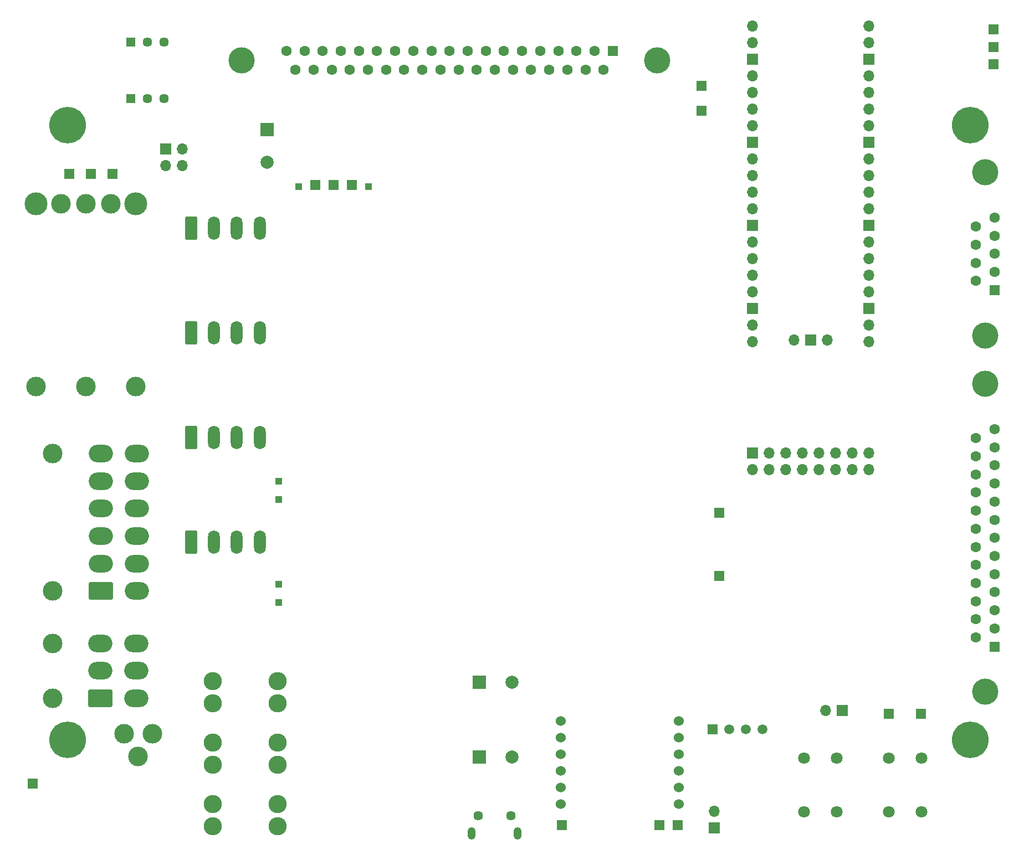
<source format=gbs>
%TF.GenerationSoftware,KiCad,Pcbnew,(6.0.1)*%
%TF.CreationDate,2023-04-18T18:32:32-04:00*%
%TF.ProjectId,Payload_PCB_v3.1,5061796c-6f61-4645-9f50-43425f76332e,rev?*%
%TF.SameCoordinates,Original*%
%TF.FileFunction,Soldermask,Bot*%
%TF.FilePolarity,Negative*%
%FSLAX46Y46*%
G04 Gerber Fmt 4.6, Leading zero omitted, Abs format (unit mm)*
G04 Created by KiCad (PCBNEW (6.0.1)) date 2023-04-18 18:32:32*
%MOMM*%
%LPD*%
G01*
G04 APERTURE LIST*
G04 Aperture macros list*
%AMRoundRect*
0 Rectangle with rounded corners*
0 $1 Rounding radius*
0 $2 $3 $4 $5 $6 $7 $8 $9 X,Y pos of 4 corners*
0 Add a 4 corners polygon primitive as box body*
4,1,4,$2,$3,$4,$5,$6,$7,$8,$9,$2,$3,0*
0 Add four circle primitives for the rounded corners*
1,1,$1+$1,$2,$3*
1,1,$1+$1,$4,$5*
1,1,$1+$1,$6,$7*
1,1,$1+$1,$8,$9*
0 Add four rect primitives between the rounded corners*
20,1,$1+$1,$2,$3,$4,$5,0*
20,1,$1+$1,$4,$5,$6,$7,0*
20,1,$1+$1,$6,$7,$8,$9,0*
20,1,$1+$1,$8,$9,$2,$3,0*%
G04 Aperture macros list end*
%ADD10R,2.000000X2.000000*%
%ADD11C,2.000000*%
%ADD12R,1.700000X1.700000*%
%ADD13O,1.700000X1.700000*%
%ADD14O,1.200000X1.900000*%
%ADD15C,1.450000*%
%ADD16C,1.803400*%
%ADD17C,2.780000*%
%ADD18R,1.500000X1.500000*%
%ADD19R,1.000000X1.000000*%
%ADD20C,3.000000*%
%ADD21RoundRect,0.250001X1.599999X-1.099999X1.599999X1.099999X-1.599999X1.099999X-1.599999X-1.099999X0*%
%ADD22O,3.700000X2.700000*%
%ADD23RoundRect,0.250000X-0.650000X-1.550000X0.650000X-1.550000X0.650000X1.550000X-0.650000X1.550000X0*%
%ADD24O,1.800000X3.600000*%
%ADD25C,4.000000*%
%ADD26R,1.600000X1.600000*%
%ADD27C,1.600000*%
%ADD28R,1.448000X1.448000*%
%ADD29C,1.448000*%
%ADD30C,5.600000*%
%ADD31R,1.508000X1.508000*%
%ADD32C,1.508000*%
%ADD33C,1.524000*%
%ADD34C,3.500000*%
G04 APERTURE END LIST*
D10*
%TO.C,C6*%
X131236323Y-148336000D03*
D11*
X136236323Y-148336000D03*
%TD*%
D12*
%TO.C,J9*%
X172989000Y-101834000D03*
D13*
X172989000Y-104374000D03*
X175529000Y-101834000D03*
X175529000Y-104374000D03*
X178069000Y-101834000D03*
X178069000Y-104374000D03*
X180609000Y-101834000D03*
X180609000Y-104374000D03*
X183149000Y-101834000D03*
X183149000Y-104374000D03*
X185689000Y-101834000D03*
X185689000Y-104374000D03*
X188229000Y-101834000D03*
X188229000Y-104374000D03*
X190769000Y-101834000D03*
X190769000Y-104374000D03*
%TD*%
D14*
%TO.C,J18*%
X130104000Y-159987500D03*
D15*
X131104000Y-157287500D03*
X136104000Y-157287500D03*
D14*
X137104000Y-159987500D03*
%TD*%
D16*
%TO.C,J14*%
X180903124Y-148501901D03*
X180903124Y-156701900D03*
X185903124Y-148501901D03*
X185903124Y-156701900D03*
%TD*%
D17*
%TO.C,F1*%
X90544000Y-136730000D03*
X90544000Y-140130000D03*
X100464000Y-136730000D03*
X100464000Y-140130000D03*
%TD*%
D18*
%TO.C,TP49*%
X209804000Y-37084000D03*
%TD*%
D19*
%TO.C,TP26*%
X100584000Y-124714000D03*
%TD*%
D18*
%TO.C,TP23*%
X106172000Y-60833000D03*
%TD*%
D20*
%TO.C,J2*%
X66106000Y-122936000D03*
X66106000Y-101936000D03*
D21*
X73406000Y-122936000D03*
D22*
X73406000Y-118736000D03*
X73406000Y-114536000D03*
X73406000Y-110336000D03*
X73406000Y-106136000D03*
X73406000Y-101936000D03*
X78906000Y-122936000D03*
X78906000Y-118736000D03*
X78906000Y-114536000D03*
X78906000Y-110336000D03*
X78906000Y-106136000D03*
X78906000Y-101936000D03*
%TD*%
D23*
%TO.C,J8*%
X87200000Y-115450000D03*
D24*
X90700000Y-115450000D03*
X94200000Y-115450000D03*
X97700000Y-115450000D03*
%TD*%
D18*
%TO.C,TP52*%
X161544000Y-158750000D03*
%TD*%
%TO.C,TP38*%
X165227000Y-49530000D03*
%TD*%
D25*
%TO.C,J11*%
X208558331Y-91263000D03*
X208558331Y-138363000D03*
D26*
X209978331Y-131433000D03*
D27*
X209978331Y-128663000D03*
X209978331Y-125893000D03*
X209978331Y-123123000D03*
X209978331Y-120353000D03*
X209978331Y-117583000D03*
X209978331Y-114813000D03*
X209978331Y-112043000D03*
X209978331Y-109273000D03*
X209978331Y-106503000D03*
X209978331Y-103733000D03*
X209978331Y-100963000D03*
X209978331Y-98193000D03*
X207138331Y-130048000D03*
X207138331Y-127278000D03*
X207138331Y-124508000D03*
X207138331Y-121738000D03*
X207138331Y-118968000D03*
X207138331Y-116198000D03*
X207138331Y-113428000D03*
X207138331Y-110658000D03*
X207138331Y-107888000D03*
X207138331Y-105118000D03*
X207138331Y-102348000D03*
X207138331Y-99578000D03*
%TD*%
D28*
%TO.C,U12*%
X77978000Y-47612000D03*
D29*
X80518000Y-47612000D03*
X83058000Y-47612000D03*
%TD*%
D19*
%TO.C,TP3*%
X100584000Y-106172000D03*
%TD*%
D18*
%TO.C,TP54*%
X143891000Y-158750000D03*
%TD*%
D17*
%TO.C,F2*%
X90544000Y-146128000D03*
X90544000Y-149528000D03*
X100464000Y-146128000D03*
X100464000Y-149528000D03*
%TD*%
D28*
%TO.C,U9*%
X77978000Y-38976000D03*
D29*
X80518000Y-38976000D03*
X83058000Y-38976000D03*
%TD*%
D30*
%TO.C,H1*%
X68326000Y-51689000D03*
%TD*%
D10*
%TO.C,C25*%
X98806000Y-52369323D03*
D11*
X98806000Y-57369323D03*
%TD*%
D31*
%TO.C,U21*%
X166878000Y-144086000D03*
D32*
X169418000Y-144086000D03*
X171958000Y-144086000D03*
X174498000Y-144086000D03*
%TD*%
D18*
%TO.C,TP56*%
X198755000Y-141732000D03*
%TD*%
%TO.C,TP48*%
X209804000Y-39751000D03*
%TD*%
%TO.C,TP32*%
X111760000Y-60833000D03*
%TD*%
D12*
%TO.C,J16*%
X167132000Y-159136000D03*
D13*
X167132000Y-156596000D03*
%TD*%
D30*
%TO.C,H2*%
X206248000Y-51689000D03*
%TD*%
D18*
%TO.C,TP50*%
X167894000Y-110998000D03*
%TD*%
%TO.C,TP51*%
X167894000Y-120650000D03*
%TD*%
D19*
%TO.C,TP4*%
X100584000Y-121920000D03*
%TD*%
D18*
%TO.C,TP55*%
X193802000Y-141732000D03*
%TD*%
D23*
%TO.C,J5*%
X87200000Y-67450000D03*
D24*
X90700000Y-67450000D03*
X94200000Y-67450000D03*
X97700000Y-67450000D03*
%TD*%
D19*
%TO.C,TP2*%
X103632000Y-61087000D03*
%TD*%
D23*
%TO.C,J7*%
X87200000Y-99450000D03*
D24*
X90700000Y-99450000D03*
X94200000Y-99450000D03*
X97700000Y-99450000D03*
%TD*%
D18*
%TO.C,TP5*%
X75184000Y-59182000D03*
%TD*%
D33*
%TO.C,J13*%
X161705748Y-155521500D03*
X161705748Y-152981500D03*
X161705748Y-150441500D03*
X161705748Y-147901500D03*
X161705748Y-145361500D03*
X161705748Y-142821500D03*
X143705749Y-142821500D03*
X143705749Y-145361500D03*
X143705749Y-147901500D03*
X143705749Y-150441500D03*
X143705749Y-152981500D03*
X143705749Y-155521500D03*
%TD*%
D19*
%TO.C,TP25*%
X100584000Y-108966000D03*
%TD*%
D20*
%TO.C,J3*%
X76962000Y-144780000D03*
X79121000Y-148209000D03*
X81280000Y-144780000D03*
%TD*%
D17*
%TO.C,F3*%
X90544000Y-158926000D03*
X90544000Y-155526000D03*
X100464000Y-158926000D03*
X100464000Y-155526000D03*
%TD*%
D13*
%TO.C,U14*%
X172974000Y-36576000D03*
X172974000Y-39116000D03*
D12*
X172974000Y-41656000D03*
D13*
X172974000Y-44196000D03*
X172974000Y-46736000D03*
X172974000Y-49276000D03*
X172974000Y-51816000D03*
D12*
X172974000Y-54356000D03*
D13*
X172974000Y-56896000D03*
X172974000Y-59436000D03*
X172974000Y-61976000D03*
X172974000Y-64516000D03*
D12*
X172974000Y-67056000D03*
D13*
X172974000Y-69596000D03*
X172974000Y-72136000D03*
X172974000Y-74676000D03*
X172974000Y-77216000D03*
D12*
X172974000Y-79756000D03*
D13*
X172974000Y-82296000D03*
X172974000Y-84836000D03*
X190754000Y-84836000D03*
X190754000Y-82296000D03*
D12*
X190754000Y-79756000D03*
D13*
X190754000Y-77216000D03*
X190754000Y-74676000D03*
X190754000Y-72136000D03*
X190754000Y-69596000D03*
D12*
X190754000Y-67056000D03*
D13*
X190754000Y-64516000D03*
X190754000Y-61976000D03*
X190754000Y-59436000D03*
X190754000Y-56896000D03*
D12*
X190754000Y-54356000D03*
D13*
X190754000Y-51816000D03*
X190754000Y-49276000D03*
X190754000Y-46736000D03*
X190754000Y-44196000D03*
D12*
X190754000Y-41656000D03*
D13*
X190754000Y-39116000D03*
X190754000Y-36576000D03*
X179324000Y-84606000D03*
D12*
X181864000Y-84606000D03*
D13*
X184404000Y-84606000D03*
%TD*%
D30*
%TO.C,H4*%
X206248000Y-145669000D03*
%TD*%
%TO.C,H3*%
X68326000Y-145669000D03*
%TD*%
D20*
%TO.C,U11*%
X63500000Y-91694000D03*
X71120000Y-91694000D03*
X78740000Y-91694000D03*
D34*
X78740000Y-63754000D03*
D20*
X74930000Y-63728600D03*
X71120000Y-63754000D03*
X67310000Y-63754000D03*
D34*
X63500000Y-63754000D03*
%TD*%
D18*
%TO.C,TP29*%
X71882000Y-59182000D03*
%TD*%
D20*
%TO.C,J1*%
X66079000Y-139328000D03*
X66079000Y-130928000D03*
D21*
X73379000Y-139328000D03*
D22*
X73379000Y-135128000D03*
X73379000Y-130928000D03*
X78879000Y-139328000D03*
X78879000Y-135128000D03*
X78879000Y-130928000D03*
%TD*%
D10*
%TO.C,C9*%
X131236323Y-136906000D03*
D11*
X136236323Y-136906000D03*
%TD*%
D25*
%TO.C,J12*%
X158458000Y-41806000D03*
X94958000Y-41806000D03*
D26*
X151638000Y-40386000D03*
D27*
X148868000Y-40386000D03*
X146098000Y-40386000D03*
X143328000Y-40386000D03*
X140558000Y-40386000D03*
X137788000Y-40386000D03*
X135018000Y-40386000D03*
X132248000Y-40386000D03*
X129478000Y-40386000D03*
X126708000Y-40386000D03*
X123938000Y-40386000D03*
X121168000Y-40386000D03*
X118398000Y-40386000D03*
X115628000Y-40386000D03*
X112858000Y-40386000D03*
X110088000Y-40386000D03*
X107318000Y-40386000D03*
X104548000Y-40386000D03*
X101778000Y-40386000D03*
X150253000Y-43226000D03*
X147483000Y-43226000D03*
X144713000Y-43226000D03*
X141943000Y-43226000D03*
X139173000Y-43226000D03*
X136403000Y-43226000D03*
X133633000Y-43226000D03*
X130863000Y-43226000D03*
X128093000Y-43226000D03*
X125323000Y-43226000D03*
X122553000Y-43226000D03*
X119783000Y-43226000D03*
X117013000Y-43226000D03*
X114243000Y-43226000D03*
X111473000Y-43226000D03*
X108703000Y-43226000D03*
X105933000Y-43226000D03*
X103163000Y-43226000D03*
%TD*%
D18*
%TO.C,TP1*%
X62992000Y-152400000D03*
%TD*%
%TO.C,TP37*%
X165227000Y-45720000D03*
%TD*%
D16*
%TO.C,J15*%
X193857124Y-148501901D03*
X193857124Y-156701900D03*
X198857124Y-148501901D03*
X198857124Y-156701900D03*
%TD*%
D19*
%TO.C,TP24*%
X114300000Y-61087000D03*
%TD*%
D23*
%TO.C,J6*%
X87200000Y-83450000D03*
D24*
X90700000Y-83450000D03*
X94200000Y-83450000D03*
X97700000Y-83450000D03*
%TD*%
D12*
%TO.C,J4*%
X83302000Y-55327000D03*
D13*
X85842000Y-55327000D03*
X83302000Y-57867000D03*
X85842000Y-57867000D03*
%TD*%
D18*
%TO.C,TP31*%
X68580000Y-59182000D03*
%TD*%
%TO.C,TP30*%
X108966000Y-60833000D03*
%TD*%
D25*
%TO.C,J10*%
X208558331Y-83884000D03*
X208558331Y-58884000D03*
D26*
X209978331Y-76924000D03*
D27*
X209978331Y-74154000D03*
X209978331Y-71384000D03*
X209978331Y-68614000D03*
X209978331Y-65844000D03*
X207138331Y-75539000D03*
X207138331Y-72769000D03*
X207138331Y-69999000D03*
X207138331Y-67229000D03*
%TD*%
D12*
%TO.C,J17*%
X186690000Y-141224000D03*
D13*
X184150000Y-141224000D03*
%TD*%
D18*
%TO.C,TP47*%
X209804000Y-42418000D03*
%TD*%
%TO.C,TP53*%
X158750000Y-158750000D03*
%TD*%
M02*

</source>
